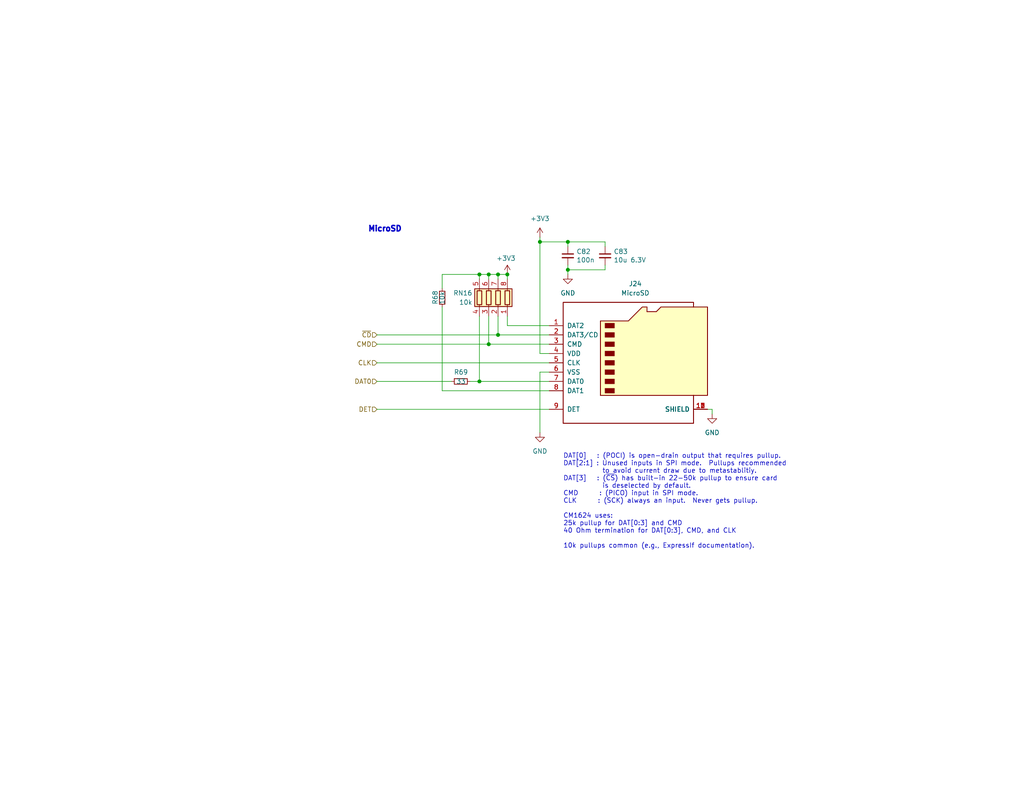
<source format=kicad_sch>
(kicad_sch (version 20211123) (generator eeschema)
  (paper "A")
  (title_block (title "CBM PET Mainboard Replacement"))
  (lib_symbols
    (symbol "Connector:Micro_SD_Card_Det" (pin_names (offset 1.016))
      (property "Reference" "J13" (at 0.635 21.59 0))
      (property "Value" "MicroSD" (at 0.635 19.05 0))
      (symbol "Micro_SD_Card_Det_0_0"
        (pin passive line (at 20.32 -12.7 180) (length 3.81) (name "SHIELD") (number "11"))
        (pin passive line (at 20.32 -12.7 180) (length 3.81) (name "SHIELD") (number "12"))
        (pin passive line (at 20.32 -12.7 180) (length 3.81) (name "SHIELD") (number "13"))
      )
      (symbol "Micro_SD_Card_Det_0_1"
        (rectangle (start -7.62 -6.985) (end -5.08 -8.255) (fill (type outline)))
        (rectangle (start -7.62 -4.445) (end -5.08 -5.715) (fill (type outline)))
        (rectangle (start -7.62 -1.905) (end -5.08 -3.175) (fill (type outline)))
        (rectangle (start -7.62 0.635) (end -5.08 -0.635) (fill (type outline)))
        (rectangle (start -7.62 3.175) (end -5.08 1.905) (fill (type outline)))
        (rectangle (start -7.62 5.715) (end -5.08 4.445) (fill (type outline)))
        (rectangle (start -7.62 8.255) (end -5.08 6.985) (fill (type outline)))
        (rectangle (start -7.62 10.795) (end -5.08 9.525) (fill (type outline)))
        (polyline (pts (xy 16.51 15.24) (xy 16.51 16.51) (xy -19.05 16.51) (xy -19.05 -16.51) (xy 16.51 -16.51) (xy 16.51 -8.89)) (stroke (width 0.254)))
        (polyline (pts (xy -8.89 -8.89) (xy -8.89 11.43) (xy -1.27 11.43) (xy 2.54 15.24) (xy 3.81 15.24) (xy 3.81 13.97) (xy 6.35 13.97) (xy 7.62 15.24) (xy 20.32 15.24) (xy 20.32 -8.89) (xy -8.89 -8.89)) (stroke (width 0.254)) (fill (type background)))
      )
      (symbol "Micro_SD_Card_Det_1_1"
        (pin bidirectional line (at -22.86 10.16 0) (length 3.81) (name "DAT2") (number "1"))
        (pin passive line (at 20.32 -12.7 180) (length 3.81) (name "SHIELD") (number "10"))
        (pin bidirectional line (at -22.86 7.62 0) (length 3.81) (name "DAT3/CD") (number "2"))
        (pin input line (at -22.86 5.08 0) (length 3.81) (name "CMD") (number "3"))
        (pin power_in line (at -22.86 2.54 0) (length 3.81) (name "VDD") (number "4"))
        (pin input line (at -22.86 0 0) (length 3.81) (name "CLK") (number "5"))
        (pin power_in line (at -22.86 -2.54 0) (length 3.81) (name "VSS") (number "6"))
        (pin bidirectional line (at -22.86 -5.08 0) (length 3.81) (name "DAT0") (number "7"))
        (pin bidirectional line (at -22.86 -7.62 0) (length 3.81) (name "DAT1") (number "8"))
        (pin passive line (at -22.86 -12.7 0) (length 3.81) (name "DET") (number "9"))
      )
    )
    (symbol "Device:C_Small" (pin_numbers hide) (pin_names (offset 0.254) hide)
      (property "Reference" "C" (at 0.254 1.778 0))
      (property "Value" "C_Small" (at 0.254 -2.032 0))
      (symbol "C_Small_0_1"
        (polyline (pts (xy -1.524 -0.508) (xy 1.524 -0.508)) (stroke (width 0.3302)))
        (polyline (pts (xy -1.524 0.508) (xy 1.524 0.508)) (stroke (width 0.3048)))
      )
      (symbol "C_Small_1_1"
        (pin passive line (at 0 2.54 270) (length 2.032) (name "~") (number "1"))
        (pin passive line (at 0 -2.54 90) (length 2.032) (name "~") (number "2"))
      )
    )
    (symbol "Device:R_Pack04" (pin_names (offset 0) hide)
      (property "Reference" "RN" (at -7.62 0 90))
      (property "Value" "R_Pack04" (at 5.08 0 90))
      (symbol "R_Pack04_0_1"
        (rectangle (start -6.35 -2.413) (end 3.81 2.413) (stroke (width 0.254)) (fill (type background)))
        (rectangle (start -5.715 1.905) (end -4.445 -1.905) (stroke (width 0.254)))
        (rectangle (start -3.175 1.905) (end -1.905 -1.905) (stroke (width 0.254)))
        (rectangle (start -0.635 1.905) (end 0.635 -1.905) (stroke (width 0.254)))
        (polyline (pts (xy -5.08 -2.54) (xy -5.08 -1.905)))
        (polyline (pts (xy -5.08 1.905) (xy -5.08 2.54)))
        (polyline (pts (xy -2.54 -2.54) (xy -2.54 -1.905)))
        (polyline (pts (xy -2.54 1.905) (xy -2.54 2.54)))
        (polyline (pts (xy 0 -2.54) (xy 0 -1.905)))
        (polyline (pts (xy 0 1.905) (xy 0 2.54)))
        (polyline (pts (xy 2.54 -2.54) (xy 2.54 -1.905)))
        (polyline (pts (xy 2.54 1.905) (xy 2.54 2.54)))
        (rectangle (start 1.905 1.905) (end 3.175 -1.905) (stroke (width 0.254)))
      )
      (symbol "R_Pack04_1_1"
        (pin passive line (at -5.08 -5.08 90) (length 2.54) (name "R1.1") (number "1"))
        (pin passive line (at -2.54 -5.08 90) (length 2.54) (name "R2.1") (number "2"))
        (pin passive line (at 0 -5.08 90) (length 2.54) (name "R3.1") (number "3"))
        (pin passive line (at 2.54 -5.08 90) (length 2.54) (name "R4.1") (number "4"))
        (pin passive line (at 2.54 5.08 270) (length 2.54) (name "R4.2") (number "5"))
        (pin passive line (at 0 5.08 270) (length 2.54) (name "R3.2") (number "6"))
        (pin passive line (at -2.54 5.08 270) (length 2.54) (name "R2.2") (number "7"))
        (pin passive line (at -5.08 5.08 270) (length 2.54) (name "R1.2") (number "8"))
      )
    )
    (symbol "Device:R_Small" (pin_numbers hide) (pin_names (offset 0.254) hide)
      (property "Reference" "R" (at 0.762 0.508 0))
      (property "Value" "R_Small" (at 0.762 -1.016 0))
      (symbol "R_Small_0_1"
        (rectangle (start -0.762 1.778) (end 0.762 -1.778) (stroke (width 0.2032)))
      )
      (symbol "R_Small_1_1"
        (pin passive line (at 0 2.54 270) (length 0.762) (name "~") (number "1"))
        (pin passive line (at 0 -2.54 90) (length 0.762) (name "~") (number "2"))
      )
    )
    (symbol "power:+3V3" (power) (pin_names (offset 0))
      (property "Value" "+3V3" (at 0 3.556 0))
      (symbol "+3V3_0_1"
        (polyline (pts (xy -0.762 1.27) (xy 0 2.54)))
        (polyline (pts (xy 0 0) (xy 0 2.54)))
        (polyline (pts (xy 0 2.54) (xy 0.762 1.27)))
      )
      (symbol "+3V3_1_1"
        (pin power_in line (at 0 0 90) (length 0) hide (name "+3V3") (number "1"))
      )
    )
    (symbol "power:GND" (power) (pin_names (offset 0))
      (property "Value" "GND" (at 0 -3.81 0))
      (symbol "GND_0_1"
        (polyline (pts (xy 0 0) (xy 0 -1.27) (xy 1.27 -1.27) (xy 0 -2.54) (xy -1.27 -1.27) (xy 0 -1.27)))
      )
      (symbol "GND_1_1"
        (pin power_in line (at 0 0 270) (length 0) hide (name "GND") (number "1"))
      )
    )
  )
  (junction (at 130.81 104.14))
  (junction (at 130.81 74.93))
  (junction (at 154.94 73.66))
  (junction (at 154.94 66.04))
  (junction (at 147.32 66.04))
  (junction (at 135.89 91.44))
  (junction (at 135.89 74.93))
  (junction (at 138.43 74.93))
  (junction (at 133.35 93.98))
  (junction (at 133.35 74.93))
  (wire (pts (xy 165.1 73.66) (xy 165.1 72.39)))
  (wire (pts (xy 193.04 111.76) (xy 194.31 111.76)))
  (wire (pts (xy 149.86 96.52) (xy 147.32 96.52)))
  (wire (pts (xy 120.65 106.68) (xy 149.86 106.68)))
  (wire (pts (xy 120.65 74.93) (xy 130.81 74.93)))
  (wire (pts (xy 133.35 74.93) (xy 135.89 74.93)))
  (wire (pts (xy 130.81 74.93) (xy 133.35 74.93)))
  (wire (pts (xy 154.94 73.66) (xy 154.94 72.39)))
  (wire (pts (xy 102.87 104.14) (xy 123.19 104.14)))
  (wire (pts (xy 149.86 88.9) (xy 138.43 88.9)))
  (wire (pts (xy 130.81 76.2) (xy 130.81 74.93)))
  (wire (pts (xy 154.94 67.31) (xy 154.94 66.04)))
  (wire (pts (xy 154.94 74.93) (xy 154.94 73.66)))
  (wire (pts (xy 147.32 101.6) (xy 147.32 118.11)))
  (wire (pts (xy 102.87 91.44) (xy 135.89 91.44)))
  (wire (pts (xy 147.32 64.77) (xy 147.32 66.04)))
  (wire (pts (xy 165.1 66.04) (xy 165.1 67.31)))
  (wire (pts (xy 120.65 78.74) (xy 120.65 74.93)))
  (wire (pts (xy 130.81 104.14) (xy 149.86 104.14)))
  (wire (pts (xy 102.87 111.76) (xy 149.86 111.76)))
  (wire (pts (xy 135.89 86.36) (xy 135.89 91.44)))
  (wire (pts (xy 133.35 86.36) (xy 133.35 93.98)))
  (wire (pts (xy 130.81 86.36) (xy 130.81 104.14)))
  (wire (pts (xy 102.87 99.06) (xy 149.86 99.06)))
  (wire (pts (xy 138.43 74.93) (xy 138.43 76.2)))
  (wire (pts (xy 147.32 66.04) (xy 154.94 66.04)))
  (wire (pts (xy 194.31 111.76) (xy 194.31 113.03)))
  (wire (pts (xy 149.86 101.6) (xy 147.32 101.6)))
  (wire (pts (xy 147.32 66.04) (xy 147.32 96.52)))
  (wire (pts (xy 133.35 93.98) (xy 149.86 93.98)))
  (wire (pts (xy 128.27 104.14) (xy 130.81 104.14)))
  (wire (pts (xy 135.89 91.44) (xy 149.86 91.44)))
  (wire (pts (xy 120.65 106.68) (xy 120.65 83.82)))
  (wire (pts (xy 102.87 93.98) (xy 133.35 93.98)))
  (wire (pts (xy 154.94 73.66) (xy 165.1 73.66)))
  (wire (pts (xy 138.43 86.36) (xy 138.43 88.9)))
  (wire (pts (xy 135.89 74.93) (xy 135.89 76.2)))
  (wire (pts (xy 135.89 74.93) (xy 138.43 74.93)))
  (wire (pts (xy 154.94 66.04) (xy 165.1 66.04)))
  (wire (pts (xy 133.35 74.93) (xy 133.35 76.2)))
  (text "DAT[0]   : (POCI) is open-drain output that requires pullup.\nDAT[2:1] : Unused inputs in SPI mode.  Pullups recommended\n           to avoid current draw due to metastablitiy.\nDAT[3]   : (~{CS}) has built-in 22-50k pullup to ensure card\n           is deselected by default.\nCMD      : (PICO) input in SPI mode.\nCLK      : (SCK) always an input.  Never gets pullup.\n\nCM1624 uses:\n25k pullup for DAT[0:3] and CMD\n40 Ohm termination for DAT[0:3], CMD, and CLK\n\n10k pullups common (e.g., ExpressIf documentation)." (at 153.67 149.86 0) (effects (font (size 1.27 1.27)) (justify left bottom)))
  (text "MicroSD" (at 100.33 63.5 0) (effects (font (size 1.5 1.5) (thickness 0.8) bold) (justify left bottom)))
  (hierarchical_label "CLK" (shape input) (at 102.87 99.06 180))
  (hierarchical_label "~{CD}" (shape input) (at 102.87 91.44 180))
  (hierarchical_label "DAT0" (shape input) (at 102.87 104.14 180))
  (hierarchical_label "CMD" (shape input) (at 102.87 93.98 180))
  (hierarchical_label "DET" (shape input) (at 102.87 111.76 180))
  (symbol (lib_id "power:+3V3") (at 138.43 74.93 0) (mirror y) (unit 1)
    (property "Reference" "#PWR0153" (effects hide))
    (property "Value" "+3V3" (at 138.049 70.5358 0))
  )
  (symbol (lib_id "power:+3V3") (at 147.32 64.77 0) (unit 1)
    (property "Reference" "#PWR0152" (effects hide))
    (property "Value" "+3V3" (at 147.32 59.69 0))
  )
  (symbol (lib_id "Connector:Micro_SD_Card_Det") (at 172.72 99.06 0) (unit 1)
    (property "Reference" "J24" (at 173.355 77.47 0))
    (property "Value" "MicroSD" (at 173.355 80.01 0))
    (property "Footprint" "JLCPCB:TF-SMD_TF-PUSH" (effects hide))
    (property "Datasheet" "https://datasheet.lcsc.com/lcsc/1912111437_SHOU-HAN-TF-PUSH_C393941.pdf" (effects hide))
    (property "LCSC" "C393941" (effects hide))
  )
  (symbol (lib_id "power:GND") (at 194.31 113.03 0) (unit 1)
    (property "Reference" "#PWR0155" (effects hide))
    (property "Value" "GND" (at 194.31 118.11 0))
  )
  (symbol (lib_id "Device:R_Pack04") (at 133.35 81.28 0) (mirror y) (unit 1)
    (property "Reference" "RN16" (at 128.905 80.01 0) (effects (justify left)))
    (property "Value" "10k" (at 128.905 82.55 0) (effects (justify left)))
    (property "Footprint" "Resistor_SMD:R_Array_Convex_4x0603" (effects hide))
    (property "Datasheet" "https://datasheet.lcsc.com/lcsc/2304140030_UNI-ROYAL-Uniroyal-Elec-4D03WGJ0103T5E_C29718.pdf" (effects hide))
    (property "LCSC" "C29718" (effects hide))
  )
  (symbol (lib_id "power:GND") (at 147.32 118.11 0) (unit 1)
    (property "Reference" "#PWR0156" (effects hide))
    (property "Value" "GND" (at 147.32 123.19 0))
  )
  (symbol (lib_id "Device:C_Small") (at 165.1 69.85 0) (unit 1)
    (property "Reference" "C83" (at 167.4368 68.6816 0) (effects (justify left)))
    (property "Value" "10u 6.3V" (at 167.4368 70.993 0) (effects (justify left)))
    (property "Footprint" "Capacitor_SMD:C_0402_1005Metric" (effects hide))
    (property "Datasheet" "https://datasheet.lcsc.com/lcsc/2208231630_Samsung-Electro-Mechanics-CL05A106MQ5NUNC_C15525.pdf" (effects hide))
    (property "LCSC" "C15525" (effects hide))
  )
  (symbol (lib_id "Device:R_Small") (at 120.65 81.28 0) (unit 1)
    (property "Reference" "R68" (at 118.745 83.185 90) (effects (justify left)))
    (property "Value" "10k" (at 120.65 83.185 90) (effects (justify left)))
    (property "Footprint" "Resistor_SMD:R_0402_1005Metric" (effects hide))
    (property "Datasheet" "https://datasheet.lcsc.com/lcsc/2206010100_UNI-ROYAL-Uniroyal-Elec-0402WGF1002TCE_C25744.pdf" (effects hide))
    (property "LCSC" "C25744" (effects hide))
  )
  (symbol (lib_id "power:GND") (at 154.94 74.93 0) (unit 1)
    (property "Reference" "#PWR0154" (effects hide))
    (property "Value" "GND" (at 154.94 80.01 0))
  )
  (symbol (lib_id "Device:R_Small") (at 125.73 104.14 270) (unit 1)
    (property "Reference" "R69" (at 123.825 101.6 90) (effects (justify left)))
    (property "Value" "33" (at 124.46 104.14 90) (effects (justify left)))
    (property "Footprint" "Resistor_SMD:R_0402_1005Metric" (effects hide))
    (property "Datasheet" "https://datasheet.lcsc.com/lcsc/2205311900_UNI-ROYAL-Uniroyal-Elec-0402WGF330JTCE_C25105.pdf" (effects hide))
    (property "LCSC" "C25105" (effects hide))
  )
  (symbol (lib_id "Device:C_Small") (at 154.94 69.85 0) (unit 1)
    (property "Reference" "C82" (at 157.2768 68.6816 0) (effects (justify left)))
    (property "Value" "100n" (at 157.2768 70.993 0) (effects (justify left)))
    (property "Footprint" "Capacitor_SMD:C_0402_1005Metric" (effects hide))
    (property "Datasheet" "https://datasheet.lcsc.com/lcsc/2304140030_Samsung-Electro-Mechanics-CL05B104KB54PNC_C307331.pdf" (effects hide))
    (property "LCSC" "C307331" (effects hide))
  )
)
</source>
